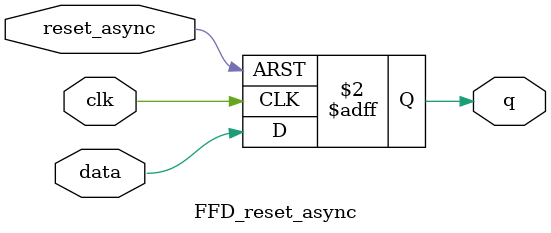
<source format=v>
module FFD_reset_async(
    output reg q, 
    input clk, data, reset_async
);

    // Lógica de FFD por comportamiento
    always @(posedge clk or negedge reset_async) begin
        if (reset_async) q <= data;
        else  q <= 1'b0;
    end
endmodule

</source>
